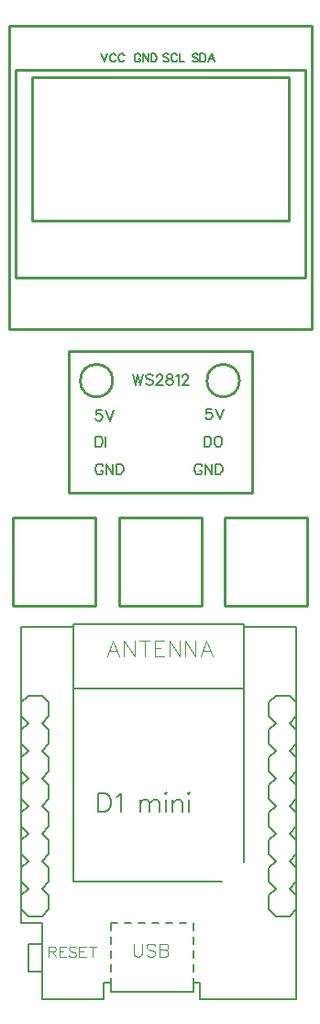
<source format=gto>
G04 Layer: TopSilkscreenLayer*
G04 EasyEDA v6.5.47, 2024-10-12 02:41:22*
G04 de610928b34d45079a866c0004aef406,b136c329f792480eb7d0c4728c74c1db,10*
G04 Gerber Generator version 0.2*
G04 Scale: 100 percent, Rotated: No, Reflected: No *
G04 Dimensions in millimeters *
G04 leading zeros omitted , absolute positions ,4 integer and 5 decimal *
%FSLAX45Y45*%
%MOMM*%

%ADD10C,0.1219*%
%ADD11C,0.1422*%
%ADD12C,0.0813*%
%ADD13C,0.1016*%
%ADD14C,0.2032*%
%ADD15C,0.2540*%
%ADD16C,0.1270*%
%ADD17C,0.0138*%

%LPD*%
D10*
X-424687Y-4138929D02*
G01*
X-480060Y-4284218D01*
X-424687Y-4138929D02*
G01*
X-369315Y-4284218D01*
X-459231Y-4235704D02*
G01*
X-389889Y-4235704D01*
X-323595Y-4138929D02*
G01*
X-323595Y-4284218D01*
X-323595Y-4138929D02*
G01*
X-226568Y-4284218D01*
X-226568Y-4138929D02*
G01*
X-226568Y-4284218D01*
X-132334Y-4138929D02*
G01*
X-132334Y-4284218D01*
X-180847Y-4138929D02*
G01*
X-83820Y-4138929D01*
X-38100Y-4138929D02*
G01*
X-38100Y-4284218D01*
X-38100Y-4138929D02*
G01*
X52070Y-4138929D01*
X-38100Y-4208018D02*
G01*
X17271Y-4208018D01*
X-38100Y-4284218D02*
G01*
X52070Y-4284218D01*
X97789Y-4138929D02*
G01*
X97789Y-4284218D01*
X97789Y-4138929D02*
G01*
X194563Y-4284218D01*
X194563Y-4138929D02*
G01*
X194563Y-4284218D01*
X240284Y-4138929D02*
G01*
X240284Y-4284218D01*
X240284Y-4138929D02*
G01*
X337312Y-4284218D01*
X337312Y-4138929D02*
G01*
X337312Y-4284218D01*
X438404Y-4138929D02*
G01*
X383031Y-4284218D01*
X438404Y-4138929D02*
G01*
X494029Y-4284218D01*
X403860Y-4235704D02*
G01*
X473202Y-4235704D01*
D11*
X-560070Y-5548376D02*
G01*
X-560070Y-5718047D01*
X-560070Y-5548376D02*
G01*
X-503428Y-5548376D01*
X-479297Y-5556250D01*
X-463042Y-5572505D01*
X-454913Y-5588762D01*
X-447039Y-5612892D01*
X-447039Y-5653278D01*
X-454913Y-5677662D01*
X-463042Y-5693663D01*
X-479297Y-5709920D01*
X-503428Y-5718047D01*
X-560070Y-5718047D01*
X-393700Y-5580634D02*
G01*
X-377444Y-5572505D01*
X-353060Y-5548376D01*
X-353060Y-5718047D01*
X-175260Y-5604763D02*
G01*
X-175260Y-5718047D01*
X-175260Y-5637276D02*
G01*
X-151129Y-5612892D01*
X-134873Y-5604763D01*
X-110744Y-5604763D01*
X-94487Y-5612892D01*
X-86360Y-5637276D01*
X-86360Y-5718047D01*
X-86360Y-5637276D02*
G01*
X-62229Y-5612892D01*
X-45973Y-5604763D01*
X-21844Y-5604763D01*
X-5587Y-5612892D01*
X2539Y-5637276D01*
X2539Y-5718047D01*
X55879Y-5548376D02*
G01*
X63754Y-5556250D01*
X71881Y-5548376D01*
X63754Y-5540247D01*
X55879Y-5548376D01*
X63754Y-5604763D02*
G01*
X63754Y-5718047D01*
X125221Y-5604763D02*
G01*
X125221Y-5718047D01*
X125221Y-5637276D02*
G01*
X149605Y-5612892D01*
X165607Y-5604763D01*
X189992Y-5604763D01*
X205994Y-5612892D01*
X214121Y-5637276D01*
X214121Y-5718047D01*
X267462Y-5548376D02*
G01*
X275589Y-5556250D01*
X283718Y-5548376D01*
X275589Y-5540247D01*
X267462Y-5548376D01*
X275589Y-5604763D02*
G01*
X275589Y-5718047D01*
D12*
X-1016000Y-6958584D02*
G01*
X-1016000Y-7055612D01*
X-1016000Y-6958584D02*
G01*
X-974344Y-6958584D01*
X-960628Y-6963410D01*
X-956055Y-6967981D01*
X-951229Y-6977126D01*
X-951229Y-6986270D01*
X-956055Y-6995668D01*
X-960628Y-7000239D01*
X-974344Y-7004812D01*
X-1016000Y-7004812D01*
X-983742Y-7004812D02*
G01*
X-951229Y-7055612D01*
X-920750Y-6958584D02*
G01*
X-920750Y-7055612D01*
X-920750Y-6958584D02*
G01*
X-860805Y-6958584D01*
X-920750Y-7004812D02*
G01*
X-883920Y-7004812D01*
X-920750Y-7055612D02*
G01*
X-860805Y-7055612D01*
X-765810Y-6972554D02*
G01*
X-774954Y-6963410D01*
X-788670Y-6958584D01*
X-807212Y-6958584D01*
X-821181Y-6963410D01*
X-830326Y-6972554D01*
X-830326Y-6981697D01*
X-825754Y-6991095D01*
X-821181Y-6995668D01*
X-811784Y-7000239D01*
X-784097Y-7009384D01*
X-774954Y-7014210D01*
X-770381Y-7018781D01*
X-765810Y-7027926D01*
X-765810Y-7041895D01*
X-774954Y-7051039D01*
X-788670Y-7055612D01*
X-807212Y-7055612D01*
X-821181Y-7051039D01*
X-830326Y-7041895D01*
X-735329Y-6958584D02*
G01*
X-735329Y-7055612D01*
X-735329Y-6958584D02*
G01*
X-675131Y-6958584D01*
X-735329Y-7004812D02*
G01*
X-698245Y-7004812D01*
X-735329Y-7055612D02*
G01*
X-675131Y-7055612D01*
X-612394Y-6958584D02*
G01*
X-612394Y-7055612D01*
X-644652Y-6958584D02*
G01*
X-580136Y-6958584D01*
D13*
X-234950Y-6932929D02*
G01*
X-234950Y-7019544D01*
X-229107Y-7037070D01*
X-217678Y-7048500D01*
X-200405Y-7054342D01*
X-188721Y-7054342D01*
X-171450Y-7048500D01*
X-160020Y-7037070D01*
X-154178Y-7019544D01*
X-154178Y-6932929D01*
X-35305Y-6950455D02*
G01*
X-46736Y-6938771D01*
X-64007Y-6932929D01*
X-87121Y-6932929D01*
X-104394Y-6938771D01*
X-116078Y-6950455D01*
X-116078Y-6961886D01*
X-110236Y-6973570D01*
X-104394Y-6979158D01*
X-92963Y-6985000D01*
X-58420Y-6996429D01*
X-46736Y-7002271D01*
X-40894Y-7008113D01*
X-35305Y-7019544D01*
X-35305Y-7037070D01*
X-46736Y-7048500D01*
X-64007Y-7054342D01*
X-87121Y-7054342D01*
X-104394Y-7048500D01*
X-116078Y-7037070D01*
X2794Y-6932929D02*
G01*
X2794Y-7054342D01*
X2794Y-6932929D02*
G01*
X54863Y-6932929D01*
X72136Y-6938771D01*
X77978Y-6944613D01*
X83820Y-6956044D01*
X83820Y-6967728D01*
X77978Y-6979158D01*
X72136Y-6985000D01*
X54863Y-6990842D01*
X2794Y-6990842D02*
G01*
X54863Y-6990842D01*
X72136Y-6996429D01*
X77978Y-7002271D01*
X83820Y-7013955D01*
X83820Y-7031228D01*
X77978Y-7042658D01*
X72136Y-7048500D01*
X54863Y-7054342D01*
X2794Y-7054342D01*
D14*
X-241300Y-1689862D02*
G01*
X-218694Y-1785365D01*
X-195834Y-1689862D02*
G01*
X-218694Y-1785365D01*
X-195834Y-1689862D02*
G01*
X-173228Y-1785365D01*
X-150368Y-1689862D02*
G01*
X-173228Y-1785365D01*
X-56642Y-1703323D02*
G01*
X-65786Y-1694434D01*
X-79502Y-1689862D01*
X-97789Y-1689862D01*
X-111252Y-1694434D01*
X-120395Y-1703323D01*
X-120395Y-1712468D01*
X-115823Y-1721612D01*
X-111252Y-1726184D01*
X-102107Y-1730755D01*
X-74929Y-1739900D01*
X-65786Y-1744218D01*
X-61213Y-1748789D01*
X-56642Y-1757934D01*
X-56642Y-1771650D01*
X-65786Y-1780794D01*
X-79502Y-1785365D01*
X-97789Y-1785365D01*
X-111252Y-1780794D01*
X-120395Y-1771650D01*
X-22097Y-1712468D02*
G01*
X-22097Y-1707895D01*
X-17779Y-1699005D01*
X-13207Y-1694434D01*
X-4063Y-1689862D01*
X14223Y-1689862D01*
X23368Y-1694434D01*
X27686Y-1699005D01*
X32257Y-1707895D01*
X32257Y-1717039D01*
X27686Y-1726184D01*
X18795Y-1739900D01*
X-26670Y-1785365D01*
X36829Y-1785365D01*
X89662Y-1689862D02*
G01*
X75945Y-1694434D01*
X71373Y-1703323D01*
X71373Y-1712468D01*
X75945Y-1721612D01*
X85089Y-1726184D01*
X103123Y-1730755D01*
X116839Y-1735328D01*
X125984Y-1744218D01*
X130555Y-1753362D01*
X130555Y-1767078D01*
X125984Y-1776221D01*
X121412Y-1780794D01*
X107695Y-1785365D01*
X89662Y-1785365D01*
X75945Y-1780794D01*
X71373Y-1776221D01*
X66802Y-1767078D01*
X66802Y-1753362D01*
X71373Y-1744218D01*
X80518Y-1735328D01*
X94234Y-1730755D01*
X112268Y-1726184D01*
X121412Y-1721612D01*
X125984Y-1712468D01*
X125984Y-1703323D01*
X121412Y-1694434D01*
X107695Y-1689862D01*
X89662Y-1689862D01*
X160528Y-1707895D02*
G01*
X169671Y-1703323D01*
X183134Y-1689862D01*
X183134Y-1785365D01*
X217678Y-1712468D02*
G01*
X217678Y-1707895D01*
X222250Y-1699005D01*
X226821Y-1694434D01*
X235965Y-1689862D01*
X254254Y-1689862D01*
X263144Y-1694434D01*
X267715Y-1699005D01*
X272287Y-1707895D01*
X272287Y-1717039D01*
X267715Y-1726184D01*
X258826Y-1739900D01*
X213360Y-1785365D01*
X276860Y-1785365D01*
X-529589Y-2020062D02*
G01*
X-575055Y-2020062D01*
X-579628Y-2060955D01*
X-575055Y-2056384D01*
X-561594Y-2051812D01*
X-547878Y-2051812D01*
X-534162Y-2056384D01*
X-525018Y-2065528D01*
X-520445Y-2078989D01*
X-520445Y-2088134D01*
X-525018Y-2101850D01*
X-534162Y-2110994D01*
X-547878Y-2115565D01*
X-561594Y-2115565D01*
X-575055Y-2110994D01*
X-579628Y-2106421D01*
X-584200Y-2097278D01*
X-490473Y-2020062D02*
G01*
X-454152Y-2115565D01*
X-417829Y-2020062D02*
G01*
X-454152Y-2115565D01*
X-584200Y-2261362D02*
G01*
X-584200Y-2356865D01*
X-584200Y-2261362D02*
G01*
X-552450Y-2261362D01*
X-538734Y-2265934D01*
X-529589Y-2274823D01*
X-525018Y-2283968D01*
X-520445Y-2297684D01*
X-520445Y-2320289D01*
X-525018Y-2334005D01*
X-529589Y-2343150D01*
X-538734Y-2352294D01*
X-552450Y-2356865D01*
X-584200Y-2356865D01*
X-490473Y-2261362D02*
G01*
X-490473Y-2356865D01*
X-516128Y-2537968D02*
G01*
X-520445Y-2528823D01*
X-529589Y-2519934D01*
X-538734Y-2515362D01*
X-557021Y-2515362D01*
X-565912Y-2519934D01*
X-575055Y-2528823D01*
X-579628Y-2537968D01*
X-584200Y-2551684D01*
X-584200Y-2574289D01*
X-579628Y-2588005D01*
X-575055Y-2597150D01*
X-565912Y-2606294D01*
X-557021Y-2610865D01*
X-538734Y-2610865D01*
X-529589Y-2606294D01*
X-520445Y-2597150D01*
X-516128Y-2588005D01*
X-516128Y-2574289D01*
X-538734Y-2574289D02*
G01*
X-516128Y-2574289D01*
X-485902Y-2515362D02*
G01*
X-485902Y-2610865D01*
X-485902Y-2515362D02*
G01*
X-422402Y-2610865D01*
X-422402Y-2515362D02*
G01*
X-422402Y-2610865D01*
X-392429Y-2515362D02*
G01*
X-392429Y-2610865D01*
X-392429Y-2515362D02*
G01*
X-360679Y-2515362D01*
X-346963Y-2519934D01*
X-337820Y-2528823D01*
X-333247Y-2537968D01*
X-328676Y-2551684D01*
X-328676Y-2574289D01*
X-333247Y-2588005D01*
X-337820Y-2597150D01*
X-346963Y-2606294D01*
X-360679Y-2610865D01*
X-392429Y-2610865D01*
X398271Y-2537968D02*
G01*
X393954Y-2528823D01*
X384810Y-2519934D01*
X375665Y-2515362D01*
X357378Y-2515362D01*
X348487Y-2519934D01*
X339344Y-2528823D01*
X334771Y-2537968D01*
X330200Y-2551684D01*
X330200Y-2574289D01*
X334771Y-2588005D01*
X339344Y-2597150D01*
X348487Y-2606294D01*
X357378Y-2610865D01*
X375665Y-2610865D01*
X384810Y-2606294D01*
X393954Y-2597150D01*
X398271Y-2588005D01*
X398271Y-2574289D01*
X375665Y-2574289D02*
G01*
X398271Y-2574289D01*
X428497Y-2515362D02*
G01*
X428497Y-2610865D01*
X428497Y-2515362D02*
G01*
X491997Y-2610865D01*
X491997Y-2515362D02*
G01*
X491997Y-2610865D01*
X521970Y-2515362D02*
G01*
X521970Y-2610865D01*
X521970Y-2515362D02*
G01*
X553720Y-2515362D01*
X567436Y-2519934D01*
X576579Y-2528823D01*
X581152Y-2537968D01*
X585723Y-2551684D01*
X585723Y-2574289D01*
X581152Y-2588005D01*
X576579Y-2597150D01*
X567436Y-2606294D01*
X553720Y-2610865D01*
X521970Y-2610865D01*
X419100Y-2261362D02*
G01*
X419100Y-2356865D01*
X419100Y-2261362D02*
G01*
X450850Y-2261362D01*
X464565Y-2265934D01*
X473710Y-2274823D01*
X478281Y-2283968D01*
X482854Y-2297684D01*
X482854Y-2320289D01*
X478281Y-2334005D01*
X473710Y-2343150D01*
X464565Y-2352294D01*
X450850Y-2356865D01*
X419100Y-2356865D01*
X540004Y-2261362D02*
G01*
X530860Y-2265934D01*
X521715Y-2274823D01*
X517397Y-2283968D01*
X512826Y-2297684D01*
X512826Y-2320289D01*
X517397Y-2334005D01*
X521715Y-2343150D01*
X530860Y-2352294D01*
X540004Y-2356865D01*
X558292Y-2356865D01*
X567181Y-2352294D01*
X576326Y-2343150D01*
X580897Y-2334005D01*
X585470Y-2320289D01*
X585470Y-2297684D01*
X580897Y-2283968D01*
X576326Y-2274823D01*
X567181Y-2265934D01*
X558292Y-2261362D01*
X540004Y-2261362D01*
X486410Y-2007362D02*
G01*
X440944Y-2007362D01*
X436371Y-2048255D01*
X440944Y-2043684D01*
X454405Y-2039112D01*
X468121Y-2039112D01*
X481837Y-2043684D01*
X490981Y-2052828D01*
X495554Y-2066289D01*
X495554Y-2075434D01*
X490981Y-2089150D01*
X481837Y-2098294D01*
X468121Y-2102865D01*
X454405Y-2102865D01*
X440944Y-2098294D01*
X436371Y-2093721D01*
X431800Y-2084578D01*
X525526Y-2007362D02*
G01*
X561847Y-2102865D01*
X598170Y-2007362D02*
G01*
X561847Y-2102865D01*
X358155Y1254028D02*
G01*
X351043Y1261140D01*
X340121Y1264950D01*
X325643Y1264950D01*
X314721Y1261140D01*
X307355Y1254028D01*
X307355Y1246662D01*
X310911Y1239550D01*
X314721Y1235740D01*
X321833Y1232184D01*
X343677Y1224818D01*
X351043Y1221262D01*
X354599Y1217706D01*
X358155Y1210340D01*
X358155Y1199418D01*
X351043Y1192052D01*
X340121Y1188496D01*
X325643Y1188496D01*
X314721Y1192052D01*
X307355Y1199418D01*
X382285Y1264950D02*
G01*
X382285Y1188496D01*
X382285Y1264950D02*
G01*
X407685Y1264950D01*
X418607Y1261140D01*
X425973Y1254028D01*
X429529Y1246662D01*
X433085Y1235740D01*
X433085Y1217706D01*
X429529Y1206784D01*
X425973Y1199418D01*
X418607Y1192052D01*
X407685Y1188496D01*
X382285Y1188496D01*
X486171Y1264950D02*
G01*
X457215Y1188496D01*
X486171Y1264950D02*
G01*
X515381Y1188496D01*
X468137Y1213896D02*
G01*
X504459Y1213896D01*
X89154Y1255521D02*
G01*
X81787Y1262634D01*
X70865Y1266444D01*
X56387Y1266444D01*
X45465Y1262634D01*
X38354Y1255521D01*
X38354Y1248155D01*
X41655Y1241044D01*
X45465Y1237234D01*
X52831Y1233678D01*
X74421Y1226312D01*
X81787Y1222755D01*
X85344Y1219200D01*
X89154Y1211834D01*
X89154Y1200912D01*
X81787Y1193545D01*
X70865Y1189989D01*
X56387Y1189989D01*
X45465Y1193545D01*
X38354Y1200912D01*
X167639Y1248155D02*
G01*
X163829Y1255521D01*
X156718Y1262634D01*
X149605Y1266444D01*
X134873Y1266444D01*
X127507Y1262634D01*
X120395Y1255521D01*
X116586Y1248155D01*
X113029Y1237234D01*
X113029Y1219200D01*
X116586Y1208278D01*
X120395Y1200912D01*
X127507Y1193545D01*
X134873Y1189989D01*
X149605Y1189989D01*
X156718Y1193545D01*
X163829Y1200912D01*
X167639Y1208278D01*
X191515Y1266444D02*
G01*
X191515Y1189989D01*
X191515Y1189989D02*
G01*
X235457Y1189989D01*
X-171957Y1246123D02*
G01*
X-175768Y1253489D01*
X-182879Y1260602D01*
X-190245Y1264412D01*
X-204723Y1264412D01*
X-212089Y1260602D01*
X-219202Y1253489D01*
X-223012Y1246123D01*
X-226568Y1235202D01*
X-226568Y1217168D01*
X-223012Y1206245D01*
X-219202Y1198879D01*
X-212089Y1191513D01*
X-204723Y1187957D01*
X-190245Y1187957D01*
X-182879Y1191513D01*
X-175768Y1198879D01*
X-171957Y1206245D01*
X-171957Y1217168D01*
X-190245Y1217168D02*
G01*
X-171957Y1217168D01*
X-148081Y1264412D02*
G01*
X-148081Y1187957D01*
X-148081Y1264412D02*
G01*
X-97028Y1187957D01*
X-97028Y1264412D02*
G01*
X-97028Y1187957D01*
X-73152Y1264412D02*
G01*
X-73152Y1187957D01*
X-73152Y1264412D02*
G01*
X-47752Y1264412D01*
X-36829Y1260602D01*
X-29463Y1253489D01*
X-25907Y1246123D01*
X-22097Y1235202D01*
X-22097Y1217168D01*
X-25907Y1206245D01*
X-29463Y1198879D01*
X-36829Y1191513D01*
X-47752Y1187957D01*
X-73152Y1187957D01*
X-533448Y1264927D02*
G01*
X-504238Y1188473D01*
X-475282Y1264927D02*
G01*
X-504238Y1188473D01*
X-396796Y1246639D02*
G01*
X-400352Y1254005D01*
X-407718Y1261117D01*
X-414830Y1264927D01*
X-429562Y1264927D01*
X-436674Y1261117D01*
X-444040Y1254005D01*
X-447596Y1246639D01*
X-451152Y1235717D01*
X-451152Y1217683D01*
X-447596Y1206761D01*
X-444040Y1199395D01*
X-436674Y1192029D01*
X-429562Y1188473D01*
X-414830Y1188473D01*
X-407718Y1192029D01*
X-400352Y1199395D01*
X-396796Y1206761D01*
X-318056Y1246639D02*
G01*
X-321866Y1254005D01*
X-328978Y1261117D01*
X-336344Y1264927D01*
X-350822Y1264927D01*
X-358188Y1261117D01*
X-365554Y1254005D01*
X-369110Y1246639D01*
X-372666Y1235717D01*
X-372666Y1217683D01*
X-369110Y1206761D01*
X-365554Y1199395D01*
X-358188Y1192029D01*
X-350822Y1188473D01*
X-336344Y1188473D01*
X-328978Y1192029D01*
X-321866Y1199395D01*
X-318056Y1206761D01*
D15*
X-1346200Y-3009900D02*
G01*
X-584200Y-3009900D01*
X-584200Y-3822700D01*
X-1346200Y-3822700D01*
X-1346200Y-3009900D01*
X-368300Y-3009900D02*
G01*
X393700Y-3009900D01*
X393700Y-3822700D01*
X-368300Y-3822700D01*
X-368300Y-3009900D01*
X609600Y-3009900D02*
G01*
X1371600Y-3009900D01*
X1371600Y-3822700D01*
X609600Y-3822700D01*
X609600Y-3009900D01*
D16*
X-1270000Y-5473700D02*
G01*
X-1206500Y-5410200D01*
X-1270000Y-5346700D01*
X-1270000Y-5219700D01*
X-1206500Y-5156200D01*
X-1270000Y-5092700D01*
X-1270000Y-4965700D01*
X-1206500Y-4902200D01*
X-1270000Y-4838700D01*
X-1270000Y-4711700D01*
X-1206500Y-4648200D01*
X-1079500Y-4648200D01*
X-1016000Y-4711700D01*
X-1016000Y-4838700D01*
X-1079500Y-4902200D01*
X-1016000Y-4965700D01*
X-1016000Y-5092700D01*
X-1079500Y-5156200D01*
X-1016000Y-5219700D01*
X-1016000Y-5346700D01*
X-1079500Y-5410200D01*
X-1016000Y-5473700D01*
X-1016000Y-5600700D01*
X-1079500Y-5664200D01*
X-1016000Y-5727700D01*
X-1016000Y-5854700D01*
X-1079500Y-5918200D01*
X-1016000Y-5981700D01*
X-1016000Y-6108700D01*
X-1079500Y-6172200D01*
X-1016000Y-6235700D01*
X-1016000Y-6362700D01*
X-1079500Y-6426200D01*
X-1016000Y-6489700D01*
X-1016000Y-6616700D01*
X-1079500Y-6680200D01*
X-1206500Y-6680200D01*
X-1270000Y-6616700D01*
X-1270000Y-5600700D02*
G01*
X-1206500Y-5664200D01*
X-1270000Y-5727700D01*
X-1270000Y-5854700D02*
G01*
X-1206500Y-5918200D01*
X-1270000Y-5981700D01*
X-1270000Y-6108700D02*
G01*
X-1206500Y-6172200D01*
X-1270000Y-6235700D01*
X-1270000Y-6362700D02*
G01*
X-1206500Y-6426200D01*
X-1270000Y-6489700D01*
X-1270000Y-4711700D02*
G01*
X-1270000Y-4013200D01*
X-787400Y-4013200D01*
X-787400Y-4584700D01*
X787400Y-4584700D01*
X787400Y-6184900D01*
X787400Y-4584700D02*
G01*
X787400Y-4013200D01*
X1270000Y-4013200D01*
X1270000Y-4711700D01*
X1270000Y-4838700D01*
X1270000Y-4965700D01*
X1270000Y-5092700D01*
X1270000Y-5219700D01*
X1270000Y-5346700D01*
X1270000Y-7442200D01*
X381000Y-7442200D01*
X381000Y-7289800D01*
X317500Y-7289800D01*
X317500Y-7251700D01*
X-1270000Y-5219700D02*
G01*
X-1270000Y-5092700D01*
X-1270000Y-4965700D02*
G01*
X-1270000Y-4838700D01*
X1270000Y-5346700D02*
G01*
X1206500Y-5410200D01*
X1270000Y-5473700D01*
X1270000Y-5600700D02*
G01*
X1206500Y-5664200D01*
X1270000Y-5727700D01*
X1270000Y-5854700D02*
G01*
X1206500Y-5918200D01*
X1270000Y-5981700D01*
X1270000Y-6108700D02*
G01*
X1206500Y-6172200D01*
X1270000Y-6235700D01*
X1270000Y-6362700D02*
G01*
X1206500Y-6426200D01*
X1270000Y-6489700D01*
X1270000Y-6616700D02*
G01*
X1206500Y-6680200D01*
X1079500Y-6680200D01*
X1016000Y-6616700D01*
X1016000Y-6489700D01*
X1079500Y-6426200D01*
X1016000Y-6362700D01*
X1016000Y-6235700D01*
X1079500Y-6172200D01*
X1016000Y-6108700D01*
X1016000Y-5981700D01*
X1079500Y-5918200D01*
X1016000Y-5854700D01*
X1016000Y-5727700D01*
X1079500Y-5664200D01*
X1016000Y-5600700D01*
X1016000Y-5473700D01*
X1079500Y-5410200D01*
X1016000Y-5346700D01*
X1016000Y-5219700D01*
X1079500Y-5156200D01*
X1016000Y-5092700D01*
X1016000Y-4965700D01*
X1079500Y-4902200D01*
X1016000Y-4838700D01*
X1016000Y-4711700D01*
X1079500Y-4648200D01*
X1206500Y-4648200D01*
X1270000Y-4711700D01*
X1270000Y-4838700D02*
G01*
X1206500Y-4902200D01*
X1270000Y-4965700D01*
X1270000Y-5092700D02*
G01*
X1206500Y-5156200D01*
X1270000Y-5219700D01*
X-1270000Y-5346700D02*
G01*
X-1270000Y-6743700D01*
X-1079500Y-6743700D01*
X-1079500Y-6934200D01*
X-1079500Y-7188200D01*
X-1079500Y-7442200D01*
X-508000Y-7442200D01*
X-508000Y-7289800D01*
X-444500Y-7289800D01*
X-444500Y-7251700D01*
X-1079500Y-6934200D02*
G01*
X-1206500Y-6934200D01*
X-1206500Y-7188200D01*
X-1079500Y-7188200D01*
X-444500Y-7289800D02*
G01*
X-444500Y-7378700D01*
X317500Y-7378700D01*
X317500Y-7289800D01*
X-381000Y-6743700D02*
G01*
X-444500Y-6743700D01*
X-444500Y-6807200D01*
X-444500Y-6870700D02*
G01*
X-444500Y-6934200D01*
X-444500Y-6997700D02*
G01*
X-444500Y-7061200D01*
X-444500Y-7124700D02*
G01*
X-444500Y-7188200D01*
X-317500Y-6743700D02*
G01*
X-254000Y-6743700D01*
X-190500Y-6743700D02*
G01*
X-127000Y-6743700D01*
X-63500Y-6743700D02*
G01*
X0Y-6743700D01*
X63500Y-6743700D02*
G01*
X127000Y-6743700D01*
X190500Y-6743700D02*
G01*
X254000Y-6743700D01*
X317500Y-6743700D02*
G01*
X317500Y-6807200D01*
X317500Y-6870700D02*
G01*
X317500Y-6934200D01*
X317500Y-6997700D02*
G01*
X317500Y-7061200D01*
X317500Y-7124700D02*
G01*
X317500Y-7188200D01*
X-787400Y-4013200D02*
G01*
X-787400Y-3987800D01*
X787400Y-3987800D01*
X787400Y-4013200D01*
X-787400Y-4584700D02*
G01*
X-787400Y-6362700D01*
X584200Y-6362700D01*
D15*
X-836599Y-1477390D02*
G01*
X863396Y-1477390D01*
X863396Y-2777388D01*
X-836599Y-2777388D01*
X-836599Y-1477390D01*
X1198549Y1047622D02*
G01*
X1198549Y-277368D01*
X1348562Y1117625D02*
G01*
X1348562Y-801370D01*
X1348562Y-801370D02*
G01*
X-1321435Y-801370D01*
X1198549Y-277368D02*
G01*
X-1171447Y-277368D01*
X-1321435Y-801370D02*
G01*
X-1321435Y1117625D01*
X-1171447Y-277368D02*
G01*
X-1171447Y1047622D01*
X-1321435Y1117625D02*
G01*
X1348562Y1117625D01*
X-1171447Y1047622D02*
G01*
X1198549Y1047622D01*
X-1384300Y1524000D02*
G01*
X1409700Y1524000D01*
X1409700Y-1270000D01*
X-1384300Y-1270000D01*
X-1384300Y1524000D01*
G75*
G01
X-426593Y-1747393D02*
G03X-426593Y-1747393I-150012J0D01*
G75*
G01
X743407Y-1747393D02*
G03X743407Y-1747393I-150012J0D01*
M02*

</source>
